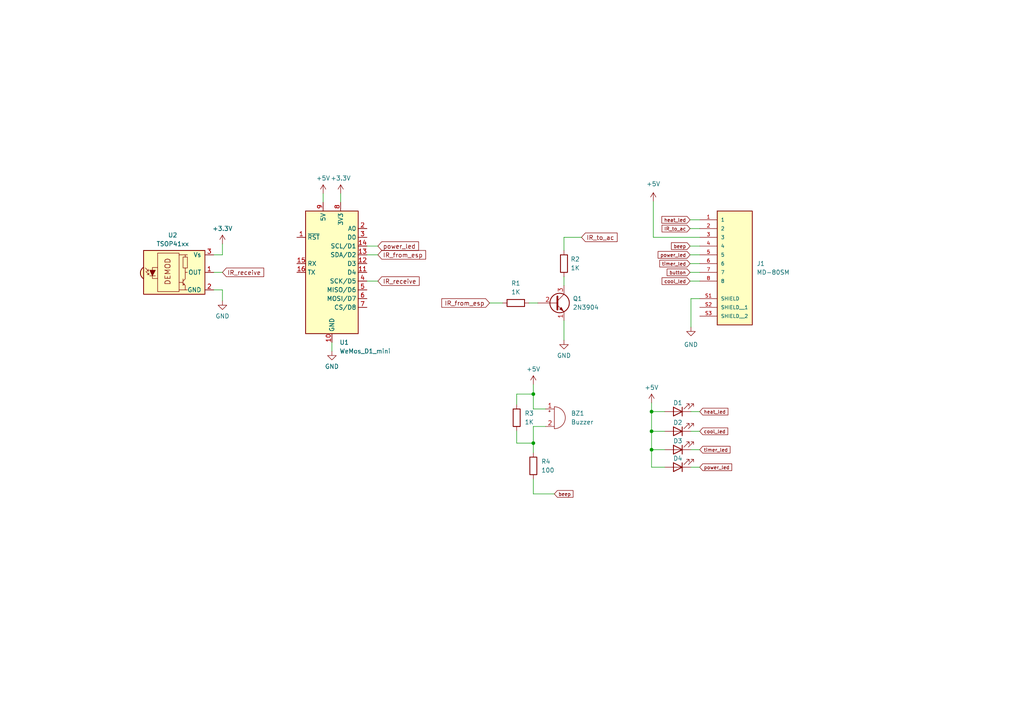
<source format=kicad_sch>
(kicad_sch (version 20230121) (generator eeschema)
  (paper "A4")
  (title_block (title "Electra compatible ESP8266 WiFi board") (date "2023-09-16") (rev "1.0.0") (company "Itay Shtainberg") (comment 1 "Uses transistor for driving the IR output"))
  (lib_symbols
    (symbol "Device:Buzzer" (pin_names (offset 0.0254) hide)
      (property "Reference" "BZ" (at 3.81 1.27 0))
      (property "Value" "Buzzer" (at 3.81 -1.27 0))
      (symbol "Buzzer_0_1"
        (arc (start 0 -3.175) (mid 3.1612 0) (end 0 3.175))
        (polyline (pts (xy -1.651 1.905) (xy -1.143 1.905)))
        (polyline (pts (xy -1.397 2.159) (xy -1.397 1.651)))
        (polyline (pts (xy 0 3.175) (xy 0 -3.175)))
      )
      (symbol "Buzzer_1_1"
        (pin passive line (at -2.54 2.54 0) (length 2.54) (name "-") (number "1"))
        (pin passive line (at -2.54 -2.54 0) (length 2.54) (name "+") (number "2"))
      )
    )
    (symbol "Device:LED" (pin_numbers hide) (pin_names (offset 1.016) hide)
      (property "Reference" "D" (at 0 2.54 0))
      (property "Value" "LED" (at 0 -2.54 0))
      (symbol "LED_0_1"
        (polyline (pts (xy -1.27 -1.27) (xy -1.27 1.27)) (stroke (width 0.254)))
        (polyline (pts (xy -1.27 0) (xy 1.27 0)))
        (polyline (pts (xy 1.27 -1.27) (xy 1.27 1.27) (xy -1.27 0) (xy 1.27 -1.27)) (stroke (width 0.254)))
        (polyline (pts (xy -3.048 -0.762) (xy -4.572 -2.286) (xy -3.81 -2.286) (xy -4.572 -2.286) (xy -4.572 -1.524)))
        (polyline (pts (xy -1.778 -0.762) (xy -3.302 -2.286) (xy -2.54 -2.286) (xy -3.302 -2.286) (xy -3.302 -1.524)))
      )
      (symbol "LED_1_1"
        (pin passive line (at -3.81 0 0) (length 2.54) (name "K") (number "1"))
        (pin passive line (at 3.81 0 180) (length 2.54) (name "A") (number "2"))
      )
    )
    (symbol "Device:R" (pin_numbers hide) (pin_names (offset 0))
      (property "Reference" "R" (at 2.032 0 90))
      (property "Value" "R" (at 0 0 90))
      (symbol "R_0_1"
        (rectangle (start -1.016 -2.54) (end 1.016 2.54) (stroke (width 0.254)))
      )
      (symbol "R_1_1"
        (pin passive line (at 0 3.81 270) (length 1.27) (name "~") (number "1"))
        (pin passive line (at 0 -3.81 90) (length 1.27) (name "~") (number "2"))
      )
    )
    (symbol "Interface_Optical:TSOP41xx" (pin_names (offset 1.016))
      (property "Reference" "U" (at -10.16 7.62 0))
      (property "Value" "TSOP41xx" (at -10.16 -7.62 0))
      (symbol "TSOP41xx_0_0"
        (arc (start -10.287 1.397) (mid -11.0899 -0.1852) (end -10.287 -1.778) (stroke (width 0.254)) (fill (type background)))
        (polyline (pts (xy 1.905 -5.08) (xy 0.127 -5.08)))
        (polyline (pts (xy 1.905 5.08) (xy 0.127 5.08)))
        (text "DEMOD" (at -3.175 0.254 900) (effects (font (size 1.524 1.524))))
      )
      (symbol "TSOP41xx_0_1"
        (rectangle (start -6.096 5.588) (end 0.127 -5.588))
        (polyline (pts (xy -8.763 0.381) (xy -9.652 1.27)))
        (polyline (pts (xy -8.763 0.381) (xy -9.271 0.381)))
        (polyline (pts (xy -8.763 0.381) (xy -8.763 0.889)))
        (polyline (pts (xy -8.636 -0.635) (xy -9.525 0.254)))
        (polyline (pts (xy -8.636 -0.635) (xy -9.144 -0.635)))
        (polyline (pts (xy -8.636 -0.635) (xy -8.636 -0.127)))
        (polyline (pts (xy -8.382 -1.016) (xy -6.731 -1.016)))
        (polyline (pts (xy 1.27 -2.921) (xy 0.127 -2.921)))
        (polyline (pts (xy 1.27 -1.905) (xy 1.27 -3.81)))
        (polyline (pts (xy 1.397 -3.556) (xy 1.524 -3.556)))
        (polyline (pts (xy 1.651 -3.556) (xy 1.524 -3.556)))
        (polyline (pts (xy 1.651 -3.556) (xy 1.651 -3.302)))
        (polyline (pts (xy 1.905 0) (xy 1.905 1.27)))
        (polyline (pts (xy 1.905 4.445) (xy 1.905 5.08) (xy 2.54 5.08)))
        (polyline (pts (xy -8.382 0.635) (xy -6.731 0.635) (xy -7.62 -1.016) (xy -8.382 0.635)) (fill (type outline)))
        (polyline (pts (xy -6.096 1.397) (xy -7.62 1.397) (xy -7.62 -1.778) (xy -6.096 -1.778)))
        (polyline (pts (xy 1.27 -3.175) (xy 1.905 -3.81) (xy 1.905 -5.08) (xy 2.54 -5.08)))
        (polyline (pts (xy 1.27 -2.54) (xy 1.905 -1.905) (xy 1.905 0) (xy 2.54 0)))
        (rectangle (start 2.54 1.27) (end 1.27 4.445))
        (rectangle (start 7.62 6.35) (end -10.16 -6.35) (stroke (width 0.254)) (fill (type background)))
      )
      (symbol "TSOP41xx_1_1"
        (pin output line (at 10.16 0 180) (length 2.54) (name "OUT") (number "1"))
        (pin power_in line (at 10.16 -5.08 180) (length 2.54) (name "GND") (number "2"))
        (pin power_in line (at 10.16 5.08 180) (length 2.54) (name "Vs") (number "3"))
      )
    )
    (symbol "MCU_Module:WeMos_D1_mini"
      (property "Reference" "U" (at 3.81 19.05 0))
      (property "Value" "WeMos_D1_mini" (at 1.27 -19.05 0))
      (symbol "WeMos_D1_mini_1_1"
        (rectangle (start -7.62 17.78) (end 7.62 -17.78) (stroke (width 0.254)) (fill (type background)))
        (pin input line (at -10.16 10.16 0) (length 2.54) (name "~{RST}") (number "1"))
        (pin power_in line (at 0 -20.32 90) (length 2.54) (name "GND") (number "10"))
        (pin bidirectional line (at 10.16 0 180) (length 2.54) (name "D4") (number "11"))
        (pin bidirectional line (at 10.16 2.54 180) (length 2.54) (name "D3") (number "12"))
        (pin bidirectional line (at 10.16 5.08 180) (length 2.54) (name "SDA/D2") (number "13"))
        (pin bidirectional line (at 10.16 7.62 180) (length 2.54) (name "SCL/D1") (number "14"))
        (pin input line (at -10.16 2.54 0) (length 2.54) (name "RX") (number "15"))
        (pin output line (at -10.16 0 0) (length 2.54) (name "TX") (number "16"))
        (pin input line (at 10.16 12.7 180) (length 2.54) (name "A0") (number "2"))
        (pin bidirectional line (at 10.16 10.16 180) (length 2.54) (name "D0") (number "3"))
        (pin bidirectional line (at 10.16 -2.54 180) (length 2.54) (name "SCK/D5") (number "4"))
        (pin bidirectional line (at 10.16 -5.08 180) (length 2.54) (name "MISO/D6") (number "5"))
        (pin bidirectional line (at 10.16 -7.62 180) (length 2.54) (name "MOSI/D7") (number "6"))
        (pin bidirectional line (at 10.16 -10.16 180) (length 2.54) (name "CS/D8") (number "7"))
        (pin power_out line (at 2.54 20.32 270) (length 2.54) (name "3V3") (number "8"))
        (pin power_in line (at -2.54 20.32 270) (length 2.54) (name "5V") (number "9"))
      )
    )
    (symbol "MD-80SM:MD-80SM" (pin_names (offset 1.016))
      (property "Reference" "J" (at -5.08 13.462 0))
      (property "Value" "MD-80SM" (at -5.08 -22.86 0))
      (symbol "MD-80SM_0_0"
        (rectangle (start -5.08 -20.32) (end 5.08 12.7) (stroke (width 0.254)) (fill (type background)))
        (pin passive line (at -10.16 10.16 0) (length 5.08) (name "1") (number "1"))
        (pin passive line (at -10.16 7.62 0) (length 5.08) (name "2") (number "2"))
        (pin passive line (at -10.16 5.08 0) (length 5.08) (name "3") (number "3"))
        (pin passive line (at -10.16 2.54 0) (length 5.08) (name "4") (number "4"))
        (pin passive line (at -10.16 0 0) (length 5.08) (name "5") (number "5"))
        (pin passive line (at -10.16 -2.54 0) (length 5.08) (name "6") (number "6"))
        (pin passive line (at -10.16 -5.08 0) (length 5.08) (name "7") (number "7"))
        (pin passive line (at -10.16 -7.62 0) (length 5.08) (name "8") (number "8"))
        (pin passive line (at -10.16 -12.7 0) (length 5.08) (name "SHIELD") (number "S1"))
        (pin passive line (at -10.16 -15.24 0) (length 5.08) (name "SHIELD__1") (number "S2"))
        (pin passive line (at -10.16 -17.78 0) (length 5.08) (name "SHIELD__2") (number "S3"))
      )
    )
    (symbol "Transistor_BJT:2N3904" (pin_names (offset 0) hide)
      (property "Reference" "Q" (at 5.08 1.905 0))
      (property "Value" "2N3904" (at 5.08 0 0))
      (symbol "2N3904_0_1"
        (polyline (pts (xy 0.635 0.635) (xy 2.54 2.54)))
        (polyline (pts (xy 0.635 -0.635) (xy 2.54 -2.54) (xy 2.54 -2.54)))
        (polyline (pts (xy 0.635 1.905) (xy 0.635 -1.905) (xy 0.635 -1.905)) (stroke (width 0.508)))
        (polyline (pts (xy 1.27 -1.778) (xy 1.778 -1.27) (xy 2.286 -2.286) (xy 1.27 -1.778) (xy 1.27 -1.778)) (fill (type outline)))
        (circle (center 1.27 0) (radius 2.8194) (stroke (width 0.254)))
      )
      (symbol "2N3904_1_1"
        (pin passive line (at 2.54 -5.08 90) (length 2.54) (name "E") (number "1"))
        (pin passive line (at -5.08 0 0) (length 5.715) (name "B") (number "2"))
        (pin passive line (at 2.54 5.08 270) (length 2.54) (name "C") (number "3"))
      )
    )
    (symbol "power:+3.3V" (power) (pin_names (offset 0))
      (property "Value" "+3.3V" (at 0 3.556 0))
      (symbol "+3.3V_0_1"
        (polyline (pts (xy -0.762 1.27) (xy 0 2.54)))
        (polyline (pts (xy 0 0) (xy 0 2.54)))
        (polyline (pts (xy 0 2.54) (xy 0.762 1.27)))
      )
      (symbol "+3.3V_1_1"
        (pin power_in line (at 0 0 90) (length 0) hide (name "+3.3V") (number "1"))
      )
    )
    (symbol "power:+5V" (power) (pin_names (offset 0))
      (property "Value" "+5V" (at 0 3.556 0))
      (symbol "+5V_0_1"
        (polyline (pts (xy -0.762 1.27) (xy 0 2.54)))
        (polyline (pts (xy 0 0) (xy 0 2.54)))
        (polyline (pts (xy 0 2.54) (xy 0.762 1.27)))
      )
      (symbol "+5V_1_1"
        (pin power_in line (at 0 0 90) (length 0) hide (name "+5V") (number "1"))
      )
    )
    (symbol "power:GND" (power) (pin_names (offset 0))
      (property "Value" "GND" (at 0 -3.81 0))
      (symbol "GND_0_1"
        (polyline (pts (xy 0 0) (xy 0 -1.27) (xy 1.27 -1.27) (xy 0 -2.54) (xy -1.27 -1.27) (xy 0 -1.27)))
      )
      (symbol "GND_1_1"
        (pin power_in line (at 0 0 270) (length 0) hide (name "GND") (number "1"))
      )
    )
  )
  (junction (at 154.686 114.3))
  (junction (at 188.976 130.429))
  (junction (at 188.976 125.095))
  (junction (at 154.686 128.524))
  (junction (at 188.976 119.38))
  (wire (pts (xy 96.266 99.314) (xy 96.266 101.854)))
  (wire (pts (xy 192.786 135.509) (xy 188.976 135.509)))
  (wire (pts (xy 188.976 130.429) (xy 188.976 135.509)))
  (wire (pts (xy 192.786 125.095) (xy 188.976 125.095)))
  (wire (pts (xy 149.86 114.3) (xy 149.86 117.348)))
  (wire (pts (xy 200.152 81.534) (xy 202.946 81.534)))
  (wire (pts (xy 153.416 87.884) (xy 155.956 87.884)))
  (wire (pts (xy 98.806 56.134) (xy 98.806 58.674)))
  (wire (pts (xy 106.426 73.914) (xy 109.601 73.914)))
  (wire (pts (xy 154.686 128.524) (xy 154.686 131.318)))
  (wire (pts (xy 163.576 68.834) (xy 168.656 68.834)))
  (wire (pts (xy 192.786 130.429) (xy 188.976 130.429)))
  (wire (pts (xy 200.152 71.374) (xy 202.946 71.374)))
  (wire (pts (xy 189.484 58.42) (xy 189.484 68.834)))
  (wire (pts (xy 149.86 128.524) (xy 154.686 128.524)))
  (wire (pts (xy 154.686 123.698) (xy 154.686 128.524)))
  (wire (pts (xy 188.976 119.38) (xy 192.786 119.38)))
  (wire (pts (xy 154.686 143.256) (xy 160.782 143.256)))
  (wire (pts (xy 64.516 73.914) (xy 61.976 73.914)))
  (wire (pts (xy 106.426 71.374) (xy 109.601 71.374)))
  (wire (pts (xy 200.152 76.454) (xy 202.946 76.454)))
  (wire (pts (xy 154.686 111.506) (xy 154.686 114.3)))
  (wire (pts (xy 188.976 116.84) (xy 188.976 119.38)))
  (wire (pts (xy 163.576 72.644) (xy 163.576 68.834)))
  (wire (pts (xy 154.686 114.3) (xy 154.686 118.618)))
  (wire (pts (xy 163.576 92.964) (xy 163.576 98.679)))
  (wire (pts (xy 154.686 114.3) (xy 149.86 114.3)))
  (wire (pts (xy 93.726 56.134) (xy 93.726 58.674)))
  (wire (pts (xy 189.484 68.834) (xy 202.946 68.834)))
  (wire (pts (xy 200.406 86.614) (xy 202.946 86.614)))
  (wire (pts (xy 188.976 119.38) (xy 188.976 125.095)))
  (wire (pts (xy 61.976 84.074) (xy 64.516 84.074)))
  (wire (pts (xy 154.686 138.938) (xy 154.686 143.256)))
  (wire (pts (xy 200.406 125.095) (xy 202.946 125.095)))
  (wire (pts (xy 188.976 125.095) (xy 188.976 130.429)))
  (wire (pts (xy 202.946 119.38) (xy 200.406 119.38)))
  (wire (pts (xy 64.516 84.074) (xy 64.516 87.249)))
  (wire (pts (xy 200.406 135.509) (xy 202.946 135.509)))
  (wire (pts (xy 149.86 124.968) (xy 149.86 128.524)))
  (wire (pts (xy 200.152 78.994) (xy 202.946 78.994)))
  (wire (pts (xy 158.242 118.618) (xy 154.686 118.618)))
  (wire (pts (xy 200.152 73.914) (xy 202.946 73.914)))
  (wire (pts (xy 158.242 123.698) (xy 154.686 123.698)))
  (wire (pts (xy 200.152 66.294) (xy 202.946 66.294)))
  (wire (pts (xy 61.976 78.994) (xy 64.516 78.994)))
  (wire (pts (xy 163.576 80.264) (xy 163.576 82.804)))
  (wire (pts (xy 64.516 70.739) (xy 64.516 73.914)))
  (wire (pts (xy 141.986 87.884) (xy 145.796 87.884)))
  (wire (pts (xy 200.406 130.429) (xy 202.946 130.429)))
  (wire (pts (xy 200.406 86.614) (xy 200.406 94.869)))
  (wire (pts (xy 200.152 63.754) (xy 202.946 63.754)))
  (wire (pts (xy 106.426 81.534) (xy 109.601 81.534)))
  (global_label "heat_led" (shape input) (at 200.152 63.754 180) (effects (font (size 1 1))) (property "Intersheetrefs" "${INTERSHEET_REFS}" (effects hide)))
  (global_label "beep" (shape input) (at 160.782 143.256 0) (effects (font (size 1 1))) (property "Intersheetrefs" "${INTERSHEET_REFS}" (effects hide)))
  (global_label "cool_led" (shape input) (at 200.152 81.534 180) (effects (font (size 1 1))) (property "Intersheetrefs" "${INTERSHEET_REFS}" (effects hide)))
  (global_label "beep" (shape input) (at 200.152 71.374 180) (effects (font (size 1 1))) (property "Intersheetrefs" "${INTERSHEET_REFS}" (effects hide)))
  (global_label "power_led" (shape input) (at 109.601 71.374 0) (property "Intersheetrefs" "${INTERSHEET_REFS}" (effects hide)))
  (global_label "power_led" (shape input) (at 200.152 73.914 180) (effects (font (size 1 1))) (property "Intersheetrefs" "${INTERSHEET_REFS}" (effects hide)))
  (global_label "button" (shape input) (at 200.152 78.994 180) (effects (font (size 1 1))) (property "Intersheetrefs" "${INTERSHEET_REFS}" (effects hide)))
  (global_label "heat_led" (shape input) (at 202.946 119.38 0) (effects (font (size 1 1))) (property "Intersheetrefs" "${INTERSHEET_REFS}" (effects hide)))
  (global_label "IR_to_ac" (shape input) (at 168.656 68.834 0) (property "Intersheetrefs" "${INTERSHEET_REFS}" (effects hide)))
  (global_label "IR_receive" (shape input) (at 109.601 81.534 0) (property "Intersheetrefs" "${INTERSHEET_REFS}" (effects hide)))
  (global_label "timer_led" (shape input) (at 200.152 76.454 180) (effects (font (size 1 1))) (property "Intersheetrefs" "${INTERSHEET_REFS}" (effects hide)))
  (global_label "IR_to_ac" (shape input) (at 200.152 66.294 180) (effects (font (size 1 1))) (property "Intersheetrefs" "${INTERSHEET_REFS}" (effects hide)))
  (global_label "cool_led" (shape input) (at 202.946 125.095 0) (effects (font (size 1 1))) (property "Intersheetrefs" "${INTERSHEET_REFS}" (effects hide)))
  (global_label "timer_led" (shape input) (at 202.946 130.429 0) (effects (font (size 1 1))) (property "Intersheetrefs" "${INTERSHEET_REFS}" (effects hide)))
  (global_label "IR_from_esp" (shape input) (at 141.986 87.884 180) (property "Intersheetrefs" "${INTERSHEET_REFS}" (effects hide)))
  (global_label "IR_receive" (shape input) (at 64.516 78.994 0) (property "Intersheetrefs" "${INTERSHEET_REFS}" (effects hide)))
  (global_label "power_led" (shape input) (at 202.946 135.509 0) (effects (font (size 1 1))) (property "Intersheetrefs" "${INTERSHEET_REFS}" (effects hide)))
  (global_label "IR_from_esp" (shape input) (at 109.601 73.914 0) (property "Intersheetrefs" "${INTERSHEET_REFS}" (effects hide)))
  (symbol (lib_id "Device:R") (at 163.576 76.454 0) (unit 1)
    (property "Reference" "R2" (at 165.481 75.184 0) (effects (justify left)))
    (property "Value" "1K" (at 165.481 77.724 0) (effects (justify left)))
    (property "Footprint" "Resistor_THT:R_Axial_DIN0207_L6.3mm_D2.5mm_P7.62mm_Horizontal" (effects hide))
  )
  (symbol (lib_id "Device:LED") (at 196.596 135.509 180) (unit 1)
    (property "Reference" "D4" (at 196.596 132.969 0))
    (property "Value" "POWER" (effects hide))
    (property "Footprint" "LED_THT:LED_D3.0mm" (effects hide))
  )
  (symbol (lib_id "power:+5V") (at 154.686 111.506 0) (unit 1)
    (property "Reference" "#PWR010" (effects hide))
    (property "Value" "+5V" (at 154.686 107.061 0))
  )
  (symbol (lib_id "power:GND") (at 64.516 87.249 0) (unit 1)
    (property "Reference" "#PWR08" (effects hide))
    (property "Value" "GND" (at 64.516 91.694 0))
  )
  (symbol (lib_id "Device:R") (at 149.606 87.884 270) (unit 1)
    (property "Reference" "R1" (at 149.606 82.169 90))
    (property "Value" "1K" (at 149.606 84.709 90))
    (property "Footprint" "Resistor_THT:R_Axial_DIN0207_L6.3mm_D2.5mm_P7.62mm_Horizontal" (effects hide))
  )
  (symbol (lib_id "power:+5V") (at 189.484 58.42 0) (unit 1)
    (property "Reference" "#PWR01" (effects hide))
    (property "Value" "+5V" (at 189.484 53.34 0))
  )
  (symbol (lib_id "Device:R") (at 149.86 121.158 180) (unit 1)
    (property "Reference" "R3" (at 152.146 119.888 0) (effects (justify right)))
    (property "Value" "1K" (at 152.146 122.428 0) (effects (justify right)))
    (property "Footprint" "Resistor_THT:R_Axial_DIN0207_L6.3mm_D2.5mm_P7.62mm_Horizontal" (effects hide))
  )
  (symbol (lib_id "Transistor_BJT:2N3904") (at 161.036 87.884 0) (unit 1)
    (property "Reference" "Q1" (at 166.116 86.614 0) (effects (justify left)))
    (property "Value" "2N3904" (at 166.116 89.154 0) (effects (justify left)))
    (property "Footprint" "Package_TO_SOT_THT:TO-92_Inline" (effects hide))
    (property "Datasheet" "https://www.onsemi.com/pub/Collateral/2N3903-D.PDF" (effects hide))
  )
  (symbol (lib_id "Device:Buzzer") (at 160.782 121.158 0) (unit 1)
    (property "Reference" "BZ1" (at 165.608 119.888 0) (effects (justify left)))
    (property "Value" "Buzzer" (at 165.608 122.428 0) (effects (justify left)))
    (property "Footprint" "Buzzer_Beeper:Buzzer_12x9.5RM7.6" (effects hide))
  )
  (symbol (lib_id "power:+3.3V") (at 64.516 70.739 0) (unit 1)
    (property "Reference" "#PWR07" (effects hide))
    (property "Value" "+3.3V" (at 64.516 66.294 0))
  )
  (symbol (lib_id "MCU_Module:WeMos_D1_mini") (at 96.266 78.994 0) (unit 1)
    (property "Reference" "U1" (at 98.4601 99.314 0) (effects (justify left)))
    (property "Value" "WeMos_D1_mini" (at 98.4601 101.854 0) (effects (justify left)))
    (property "Footprint" "Module:WEMOS_D1_mini_light" (effects hide))
    (property "Datasheet" "https://wiki.wemos.cc/products:d1:d1_mini#documentation" (effects hide))
  )
  (symbol (lib_id "power:+5V") (at 93.726 56.134 0) (unit 1)
    (property "Reference" "#PWR05" (effects hide))
    (property "Value" "+5V" (at 93.726 51.689 0))
  )
  (symbol (lib_id "Interface_Optical:TSOP41xx") (at 51.816 78.994 0) (unit 1)
    (property "Reference" "U2" (at 50.081 68.199 0))
    (property "Value" "TSOP41xx" (at 50.081 70.739 0))
    (property "Footprint" "OptoDevice:Vishay_MOLD-3Pin" (effects hide))
    (property "Datasheet" "http://www.vishay.com/docs/82460/tsop45.pdf" (effects hide))
  )
  (symbol (lib_id "Device:R") (at 154.686 135.128 180) (unit 1)
    (property "Reference" "R4" (at 156.972 133.858 0) (effects (justify right)))
    (property "Value" "100" (at 156.972 136.398 0) (effects (justify right)))
    (property "Footprint" "Resistor_THT:R_Axial_DIN0207_L6.3mm_D2.5mm_P7.62mm_Horizontal" (effects hide))
  )
  (symbol (lib_id "power:GND") (at 163.576 98.679 0) (unit 1)
    (property "Reference" "#PWR03" (effects hide))
    (property "Value" "GND" (at 163.576 103.124 0))
  )
  (symbol (lib_id "Device:LED") (at 196.596 130.429 180) (unit 1)
    (property "Reference" "D3" (at 196.596 127.889 0))
    (property "Value" "TIMER" (effects hide))
    (property "Footprint" "LED_THT:LED_D3.0mm" (effects hide))
  )
  (symbol (lib_id "power:+5V") (at 188.976 116.84 0) (unit 1)
    (property "Reference" "#PWR09" (effects hide))
    (property "Value" "+5V" (at 188.976 112.395 0))
  )
  (symbol (lib_id "power:GND") (at 200.406 94.869 0) (unit 1)
    (property "Reference" "#PWR02" (effects hide))
    (property "Value" "GND" (at 200.406 99.949 0))
  )
  (symbol (lib_id "MD-80SM:MD-80SM") (at 213.106 73.914 0) (unit 1)
    (property "Reference" "J1" (at 219.456 76.454 0) (effects (justify left)))
    (property "Value" "MD-80SM" (at 219.456 78.994 0) (effects (justify left)))
    (property "Footprint" "footprints:CUI_MD-80SM" (effects hide))
    (property "PARTREV" "02/18/2022" (effects hide))
    (property "STANDARD" "Manufacturer Recommendations" (effects hide))
    (property "MAXIMUM_PACKAGE_HEIGHT" "12.8 mm" (effects hide))
    (property "MANUFACTURER" "CUI" (effects hide))
  )
  (symbol (lib_id "Device:LED") (at 196.596 125.095 180) (unit 1)
    (property "Reference" "D2" (at 196.596 122.555 0))
    (property "Value" "COOL" (effects hide))
    (property "Footprint" "LED_THT:LED_D3.0mm" (effects hide))
  )
  (symbol (lib_id "Device:LED") (at 196.596 119.38 180) (unit 1)
    (property "Reference" "D1" (at 196.596 116.84 0))
    (property "Value" "HEAT" (effects hide))
    (property "Footprint" "LED_THT:LED_D3.0mm" (effects hide))
  )
  (symbol (lib_id "power:GND") (at 96.266 101.854 0) (unit 1)
    (property "Reference" "#PWR04" (effects hide))
    (property "Value" "GND" (at 96.266 106.299 0))
  )
  (symbol (lib_id "power:+3.3V") (at 98.806 56.134 0) (unit 1)
    (property "Reference" "#PWR06" (effects hide))
    (property "Value" "+3.3V" (at 98.806 51.689 0))
  )
)
</source>
